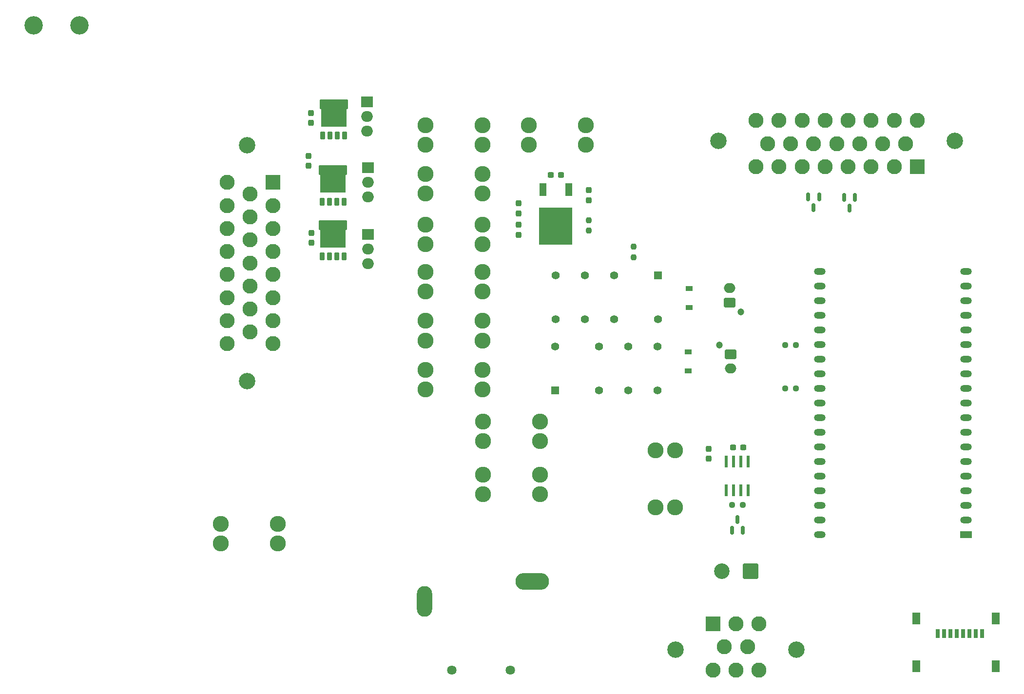
<source format=gbr>
%TF.GenerationSoftware,KiCad,Pcbnew,(6.0.1)*%
%TF.CreationDate,2022-11-29T12:14:00-05:00*%
%TF.ProjectId,rear-control-board,72656172-2d63-46f6-9e74-726f6c2d626f,rev?*%
%TF.SameCoordinates,Original*%
%TF.FileFunction,Soldermask,Top*%
%TF.FilePolarity,Negative*%
%FSLAX46Y46*%
G04 Gerber Fmt 4.6, Leading zero omitted, Abs format (unit mm)*
G04 Created by KiCad (PCBNEW (6.0.1)) date 2022-11-29 12:14:00*
%MOMM*%
%LPD*%
G01*
G04 APERTURE LIST*
G04 Aperture macros list*
%AMRoundRect*
0 Rectangle with rounded corners*
0 $1 Rounding radius*
0 $2 $3 $4 $5 $6 $7 $8 $9 X,Y pos of 4 corners*
0 Add a 4 corners polygon primitive as box body*
4,1,4,$2,$3,$4,$5,$6,$7,$8,$9,$2,$3,0*
0 Add four circle primitives for the rounded corners*
1,1,$1+$1,$2,$3*
1,1,$1+$1,$4,$5*
1,1,$1+$1,$6,$7*
1,1,$1+$1,$8,$9*
0 Add four rect primitives between the rounded corners*
20,1,$1+$1,$2,$3,$4,$5,0*
20,1,$1+$1,$4,$5,$6,$7,0*
20,1,$1+$1,$6,$7,$8,$9,0*
20,1,$1+$1,$8,$9,$2,$3,0*%
%AMFreePoly0*
4,1,21,3.024497,2.399497,3.045000,2.350000,3.045000,-2.350000,3.024497,-2.399497,2.975000,-2.420000,1.425000,-2.420000,1.375503,-2.399497,1.355000,-2.350000,1.355000,-2.170000,-1.650000,-2.170000,-1.699497,-2.149497,-1.720000,-2.100000,-1.720000,2.100000,-1.699497,2.149497,-1.650000,2.170000,1.355000,2.170000,1.355000,2.350000,1.375503,2.399497,1.425000,2.420000,2.975000,2.420000,
3.024497,2.399497,3.024497,2.399497,$1*%
G04 Aperture macros list end*
%ADD10R,1.200000X2.200000*%
%ADD11R,5.800000X6.400000*%
%ADD12C,3.200000*%
%ADD13R,1.200000X0.900000*%
%ADD14RoundRect,0.237500X-0.237500X0.300000X-0.237500X-0.300000X0.237500X-0.300000X0.237500X0.300000X0*%
%ADD15C,2.780000*%
%ADD16R,0.800000X1.500000*%
%ADD17R,1.450000X2.000000*%
%ADD18RoundRect,0.237500X-0.300000X-0.237500X0.300000X-0.237500X0.300000X0.237500X-0.300000X0.237500X0*%
%ADD19RoundRect,0.041300X-0.253700X0.943700X-0.253700X-0.943700X0.253700X-0.943700X0.253700X0.943700X0*%
%ADD20R,1.400000X1.400000*%
%ADD21C,1.400000*%
%ADD22C,1.200000*%
%ADD23RoundRect,0.250000X0.750000X-0.600000X0.750000X0.600000X-0.750000X0.600000X-0.750000X-0.600000X0*%
%ADD24O,2.000000X1.700000*%
%ADD25O,2.000000X1.905000*%
%ADD26R,2.000000X1.905000*%
%ADD27R,2.000000X1.200000*%
%ADD28O,2.000000X1.200000*%
%ADD29C,1.635000*%
%ADD30O,2.670000X5.340000*%
%ADD31O,5.850000X2.925000*%
%ADD32C,2.850000*%
%ADD33R,2.625000X2.625000*%
%ADD34C,2.625000*%
%ADD35RoundRect,0.070000X-0.350000X-0.575000X0.350000X-0.575000X0.350000X0.575000X-0.350000X0.575000X0*%
%ADD36FreePoly0,90.000000*%
%ADD37RoundRect,0.237500X-0.237500X0.287500X-0.237500X-0.287500X0.237500X-0.287500X0.237500X0.287500X0*%
%ADD38RoundRect,0.237500X0.237500X-0.300000X0.237500X0.300000X-0.237500X0.300000X-0.237500X-0.300000X0*%
%ADD39RoundRect,0.150000X0.150000X-0.587500X0.150000X0.587500X-0.150000X0.587500X-0.150000X-0.587500X0*%
%ADD40RoundRect,0.237500X0.250000X0.237500X-0.250000X0.237500X-0.250000X-0.237500X0.250000X-0.237500X0*%
%ADD41RoundRect,0.150000X-0.150000X0.587500X-0.150000X-0.587500X0.150000X-0.587500X0.150000X0.587500X0*%
%ADD42RoundRect,0.250000X-0.750000X0.600000X-0.750000X-0.600000X0.750000X-0.600000X0.750000X0.600000X0*%
%ADD43RoundRect,0.237500X-0.237500X0.250000X-0.237500X-0.250000X0.237500X-0.250000X0.237500X0.250000X0*%
%ADD44RoundRect,0.237500X0.237500X-0.250000X0.237500X0.250000X-0.237500X0.250000X-0.237500X-0.250000X0*%
%ADD45RoundRect,0.250001X1.099999X1.099999X-1.099999X1.099999X-1.099999X-1.099999X1.099999X-1.099999X0*%
%ADD46C,2.700000*%
G04 APERTURE END LIST*
D10*
%TO.C,U2*%
X121005000Y-78525000D03*
D11*
X118725000Y-84825000D03*
D10*
X116445000Y-78525000D03*
%TD*%
D12*
%TO.C,H2*%
X35950000Y-50000000D03*
%TD*%
D13*
%TO.C,D5*%
X141750000Y-110001115D03*
X141750000Y-106701115D03*
%TD*%
D14*
%TO.C,C2*%
X76150000Y-65172500D03*
X76150000Y-66897500D03*
%TD*%
D15*
%TO.C,F1*%
X114040000Y-67300000D03*
X114040000Y-70700000D03*
X123960000Y-67300000D03*
X123960000Y-70700000D03*
%TD*%
D16*
%TO.C,J7*%
X185050000Y-155622500D03*
X186150000Y-155622500D03*
X187250000Y-155622500D03*
X188350000Y-155622500D03*
X189450000Y-155622500D03*
X190550000Y-155622500D03*
X191650000Y-155622500D03*
X192750000Y-155622500D03*
D17*
X181375000Y-161322500D03*
X181375000Y-153022500D03*
X195125000Y-153022500D03*
X195125000Y-161322500D03*
%TD*%
D15*
%TO.C,F9*%
X106040000Y-118800000D03*
X106040000Y-122200000D03*
X115960000Y-118800000D03*
X115960000Y-122200000D03*
%TD*%
D18*
%TO.C,C12*%
X149525000Y-123250000D03*
X151250000Y-123250000D03*
%TD*%
D19*
%TO.C,U4*%
X152155000Y-125775000D03*
X150885000Y-125775000D03*
X149615000Y-125775000D03*
X148345000Y-125775000D03*
X148345000Y-130725000D03*
X149615000Y-130725000D03*
X150885000Y-130725000D03*
X152155000Y-130725000D03*
%TD*%
D20*
%TO.C,K2*%
X136500000Y-93351115D03*
D21*
X128880000Y-93351115D03*
X123800000Y-93351115D03*
X118720000Y-93351115D03*
X118720000Y-100971115D03*
X123800000Y-100971115D03*
X128880000Y-100971115D03*
X136500000Y-100971115D03*
%TD*%
D22*
%TO.C,J4*%
X150892500Y-99713615D03*
D23*
X148892500Y-98113615D03*
D24*
X148892500Y-95613615D03*
%TD*%
D25*
%TO.C,D11*%
X86055000Y-79790000D03*
D26*
X86055000Y-74710000D03*
D25*
X86055000Y-77250000D03*
%TD*%
D12*
%TO.C,H1*%
X28000000Y-50000000D03*
%TD*%
D27*
%TO.C,U1*%
X189950000Y-138403440D03*
D28*
X189950000Y-135863440D03*
X189950000Y-133323440D03*
X189950000Y-130783440D03*
X189950000Y-128243440D03*
X189950000Y-125703440D03*
X189950000Y-123163440D03*
X189950000Y-120623440D03*
X189950000Y-118083440D03*
X189950000Y-115543440D03*
X189950000Y-113003440D03*
X189950000Y-110463440D03*
X189950000Y-107923440D03*
X189950000Y-105383440D03*
X189950000Y-102843440D03*
X189950000Y-100303440D03*
X189950000Y-97763440D03*
X189950000Y-95223440D03*
X189950000Y-92683440D03*
X164553680Y-92686160D03*
X164553680Y-95226160D03*
X164550000Y-97763440D03*
X164550000Y-100303440D03*
X164550000Y-102843440D03*
X164550000Y-105383440D03*
X164550000Y-107923440D03*
X164550000Y-110463440D03*
X164550000Y-113003440D03*
X164550000Y-115543440D03*
X164550000Y-118083440D03*
X164550000Y-120623440D03*
X164550000Y-123163440D03*
X164550000Y-125703440D03*
X164550000Y-128243440D03*
X164550000Y-130783440D03*
X164550000Y-133323440D03*
X164550000Y-135863440D03*
X164550000Y-138403440D03*
%TD*%
D29*
%TO.C,K1*%
X110815000Y-162010000D03*
X100655000Y-162010000D03*
D30*
X95875000Y-150000000D03*
D31*
X114625000Y-146570000D03*
%TD*%
D15*
%TO.C,F4*%
X105960000Y-96200000D03*
X105960000Y-92800000D03*
X96040000Y-92800000D03*
X96040000Y-96200000D03*
%TD*%
D32*
%TO.C,J3*%
X160500000Y-158437500D03*
X139500000Y-158437500D03*
D33*
X146000000Y-153937500D03*
D34*
X150000000Y-153937500D03*
X154000000Y-153937500D03*
X148000000Y-157937500D03*
X152000000Y-157937500D03*
X146000000Y-161937500D03*
X150000000Y-161937500D03*
X154000000Y-161937500D03*
%TD*%
D35*
%TO.C,Q3*%
X78090000Y-90120000D03*
X79360000Y-90120000D03*
X80640000Y-90120000D03*
X81910000Y-90120000D03*
D36*
X80000000Y-86850000D03*
%TD*%
D35*
%TO.C,Q2*%
X78090000Y-80585000D03*
X79360000Y-80585000D03*
X80640000Y-80585000D03*
X81910000Y-80585000D03*
D36*
X80000000Y-77315000D03*
%TD*%
D37*
%TO.C,D1*%
X112225000Y-80850000D03*
X112225000Y-82600000D03*
%TD*%
D15*
%TO.C,F8*%
X105960000Y-84550000D03*
X105960000Y-87950000D03*
X96040000Y-84550000D03*
X96040000Y-87950000D03*
%TD*%
D26*
%TO.C,D10*%
X86095000Y-86265000D03*
D25*
X86095000Y-91345000D03*
X86095000Y-88805000D03*
%TD*%
D38*
%TO.C,C4*%
X112225000Y-86337500D03*
X112225000Y-84612500D03*
%TD*%
%TO.C,C8*%
X145250000Y-125225000D03*
X145250000Y-123500000D03*
%TD*%
D13*
%TO.C,D4*%
X141917500Y-99013615D03*
X141917500Y-95713615D03*
%TD*%
D15*
%TO.C,F7*%
X105960000Y-104700000D03*
X105960000Y-101300000D03*
X96040000Y-104700000D03*
X96040000Y-101300000D03*
%TD*%
D39*
%TO.C,D9*%
X149300000Y-137687500D03*
X151200000Y-137687500D03*
X150250000Y-135812500D03*
%TD*%
D40*
%TO.C,R4*%
X160412500Y-105500000D03*
X158587500Y-105500000D03*
%TD*%
D41*
%TO.C,D6*%
X170700000Y-79812500D03*
X168800000Y-79812500D03*
X169750000Y-81687500D03*
%TD*%
D38*
%TO.C,C13*%
X75750000Y-74362500D03*
X75750000Y-72637500D03*
%TD*%
D15*
%TO.C,F10*%
X136050000Y-123790000D03*
X139450000Y-123790000D03*
X139450000Y-133710000D03*
X136050000Y-133710000D03*
%TD*%
D40*
%TO.C,R6*%
X151162500Y-133250000D03*
X149337500Y-133250000D03*
%TD*%
D15*
%TO.C,F6*%
X105960000Y-67300000D03*
X105960000Y-70700000D03*
X96040000Y-70700000D03*
X96040000Y-67300000D03*
%TD*%
D22*
%TO.C,J5*%
X147117500Y-105501115D03*
D42*
X149117500Y-107101115D03*
D24*
X149117500Y-109601115D03*
%TD*%
D15*
%TO.C,F11*%
X70460000Y-136550000D03*
X70460000Y-139950000D03*
X60540000Y-139950000D03*
X60540000Y-136550000D03*
%TD*%
%TO.C,F2*%
X105960000Y-75800000D03*
X105960000Y-79200000D03*
X96040000Y-79200000D03*
X96040000Y-75800000D03*
%TD*%
D20*
%TO.C,K3*%
X118560000Y-113376115D03*
D21*
X126180000Y-113376115D03*
X131260000Y-113376115D03*
X136340000Y-113376115D03*
X136340000Y-105756115D03*
X131260000Y-105756115D03*
X126180000Y-105756115D03*
X118560000Y-105756115D03*
%TD*%
D35*
%TO.C,Q4*%
X78240000Y-69120000D03*
X79510000Y-69120000D03*
X80790000Y-69120000D03*
X82060000Y-69120000D03*
D36*
X80150000Y-65850000D03*
%TD*%
D14*
%TO.C,C3*%
X76250000Y-85987500D03*
X76250000Y-87712500D03*
%TD*%
D32*
%TO.C,J1*%
X65087500Y-111750000D03*
X65087500Y-70750000D03*
D33*
X69587500Y-77250000D03*
D34*
X69587500Y-81250000D03*
X69587500Y-85250000D03*
X69587500Y-89250000D03*
X69587500Y-93250000D03*
X69587500Y-97250000D03*
X69587500Y-101250000D03*
X69587500Y-105250000D03*
X65587500Y-79250000D03*
X65587500Y-83250000D03*
X65587500Y-87250000D03*
X65587500Y-91250000D03*
X65587500Y-95250000D03*
X65587500Y-99250000D03*
X65587500Y-103250000D03*
X61587500Y-77250000D03*
X61587500Y-81250000D03*
X61587500Y-85250000D03*
X61587500Y-89250000D03*
X61587500Y-93250000D03*
X61587500Y-97250000D03*
X61587500Y-101250000D03*
X61587500Y-105250000D03*
%TD*%
D40*
%TO.C,R7*%
X160412500Y-113000000D03*
X158587500Y-113000000D03*
%TD*%
D15*
%TO.C,F5*%
X105960000Y-109800000D03*
X105960000Y-113200000D03*
X96040000Y-113200000D03*
X96040000Y-109800000D03*
%TD*%
D43*
%TO.C,R3*%
X132250000Y-88438615D03*
X132250000Y-90263615D03*
%TD*%
D18*
%TO.C,C1*%
X117862500Y-75975000D03*
X119587500Y-75975000D03*
%TD*%
D15*
%TO.C,F3*%
X106040000Y-128050000D03*
X106040000Y-131450000D03*
X115960000Y-128050000D03*
X115960000Y-131450000D03*
%TD*%
D44*
%TO.C,R2*%
X124475000Y-85637500D03*
X124475000Y-83812500D03*
%TD*%
D32*
%TO.C,J2*%
X188000000Y-70000000D03*
X147000000Y-70000000D03*
D33*
X181500000Y-74500000D03*
D34*
X177500000Y-74500000D03*
X173500000Y-74500000D03*
X169500000Y-74500000D03*
X165500000Y-74500000D03*
X161500000Y-74500000D03*
X157500000Y-74500000D03*
X153500000Y-74500000D03*
X179500000Y-70500000D03*
X175500000Y-70500000D03*
X171500000Y-70500000D03*
X167500000Y-70500000D03*
X163500000Y-70500000D03*
X159500000Y-70500000D03*
X155500000Y-70500000D03*
X181500000Y-66500000D03*
X177500000Y-66500000D03*
X173500000Y-66500000D03*
X169500000Y-66500000D03*
X165500000Y-66500000D03*
X161500000Y-66500000D03*
X157500000Y-66500000D03*
X153500000Y-66500000D03*
%TD*%
D45*
%TO.C,J6*%
X152527500Y-144800000D03*
D46*
X147527500Y-144800000D03*
%TD*%
D37*
%TO.C,D8*%
X124475000Y-78600000D03*
X124475000Y-80350000D03*
%TD*%
D26*
%TO.C,D12*%
X85940000Y-63285000D03*
D25*
X85940000Y-68365000D03*
X85940000Y-65825000D03*
%TD*%
D41*
%TO.C,D2*%
X164450000Y-79750000D03*
X162550000Y-79750000D03*
X163500000Y-81625000D03*
%TD*%
M02*

</source>
